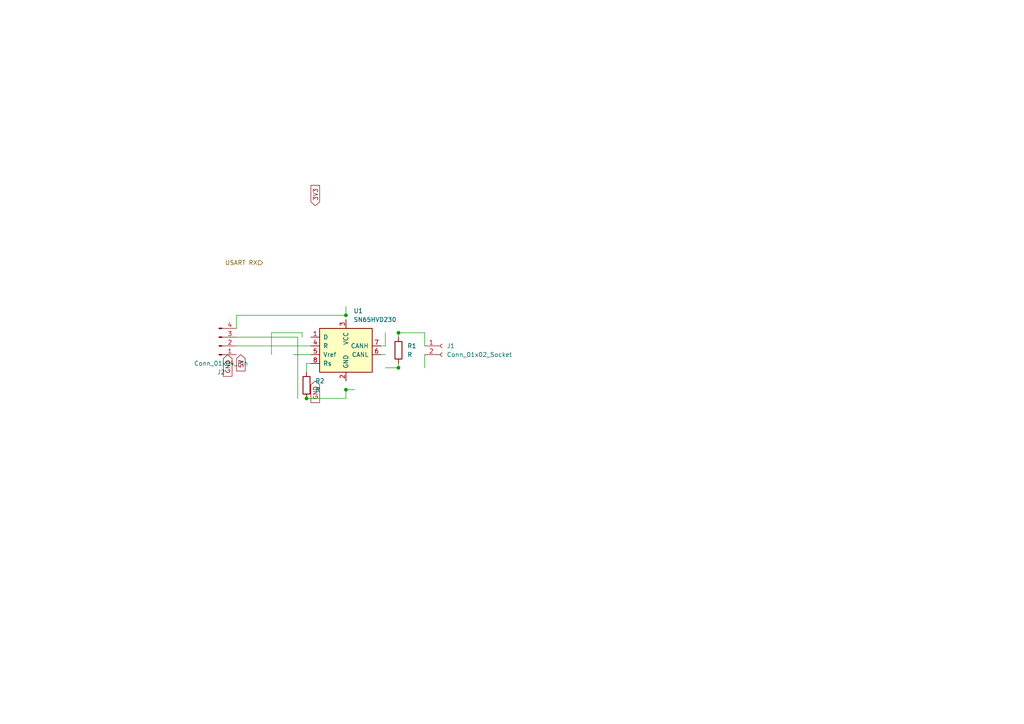
<source format=kicad_sch>
(kicad_sch (version 20230121) (generator eeschema)
  (paper "A4")
  (lib_symbols
    (symbol "Connector:Conn_01x02_Socket" (pin_names (offset 1.016) hide)
      (property "Reference" "J" (at 0 2.54 0))
      (property "Value" "Conn_01x02_Socket" (at 0 -5.08 0))
      (symbol "Conn_01x02_Socket_1_1"
        (arc (start 0 -2.032) (mid -0.5058 -2.54) (end 0 -3.048) (stroke (width 0.1524)))
        (polyline (pts (xy -1.27 -2.54) (xy -0.508 -2.54)) (stroke (width 0.1524)))
        (polyline (pts (xy -1.27 0) (xy -0.508 0)) (stroke (width 0.1524)))
        (arc (start 0 0.508) (mid -0.5058 0) (end 0 -0.508) (stroke (width 0.1524)))
        (pin passive line (at -5.08 0 0) (length 3.81) (name "Pin_1") (number "1"))
        (pin passive line (at -5.08 -2.54 0) (length 3.81) (name "Pin_2") (number "2"))
      )
    )
    (symbol "Connector:Conn_01x04_Pin" (pin_names (offset 1.016) hide)
      (property "Reference" "J" (at 0 5.08 0))
      (property "Value" "Conn_01x04_Pin" (at 0 -7.62 0))
      (symbol "Conn_01x04_Pin_1_1"
        (polyline (pts (xy 1.27 -5.08) (xy 0.8636 -5.08)) (stroke (width 0.1524)))
        (polyline (pts (xy 1.27 -2.54) (xy 0.8636 -2.54)) (stroke (width 0.1524)))
        (polyline (pts (xy 1.27 0) (xy 0.8636 0)) (stroke (width 0.1524)))
        (polyline (pts (xy 1.27 2.54) (xy 0.8636 2.54)) (stroke (width 0.1524)))
        (rectangle (start 0.8636 -4.953) (end 0 -5.207) (stroke (width 0.1524)) (fill (type outline)))
        (rectangle (start 0.8636 -2.413) (end 0 -2.667) (stroke (width 0.1524)) (fill (type outline)))
        (rectangle (start 0.8636 0.127) (end 0 -0.127) (stroke (width 0.1524)) (fill (type outline)))
        (rectangle (start 0.8636 2.667) (end 0 2.413) (stroke (width 0.1524)) (fill (type outline)))
        (pin passive line (at 5.08 2.54 180) (length 3.81) (name "Pin_1") (number "1"))
        (pin passive line (at 5.08 0 180) (length 3.81) (name "Pin_2") (number "2"))
        (pin passive line (at 5.08 -2.54 180) (length 3.81) (name "Pin_3") (number "3"))
        (pin passive line (at 5.08 -5.08 180) (length 3.81) (name "Pin_4") (number "4"))
      )
    )
    (symbol "Device:R" (pin_numbers hide) (pin_names (offset 0))
      (property "Reference" "R" (at 2.032 0 90))
      (property "Value" "R" (at 0 0 90))
      (symbol "R_0_1"
        (rectangle (start -1.016 -2.54) (end 1.016 2.54) (stroke (width 0.254)))
      )
      (symbol "R_1_1"
        (pin passive line (at 0 3.81 270) (length 1.27) (name "~") (number "1"))
        (pin passive line (at 0 -3.81 90) (length 1.27) (name "~") (number "2"))
      )
    )
    (symbol "Interface_CAN_LIN:SN65HVD230" (pin_names (offset 1.016))
      (property "Reference" "U" (at -2.54 10.16 0))
      (property "Value" "SN65HVD230" (at -2.54 7.62 0))
      (symbol "SN65HVD230_0_1"
        (rectangle (start -7.62 5.08) (end 7.62 -7.62) (stroke (width 0.254)) (fill (type background)))
      )
      (symbol "SN65HVD230_1_1"
        (pin input line (at -10.16 2.54 0) (length 2.54) (name "D") (number "1"))
        (pin power_in line (at 0 -10.16 90) (length 2.54) (name "GND") (number "2"))
        (pin power_in line (at 0 7.62 270) (length 2.54) (name "VCC") (number "3"))
        (pin output line (at -10.16 0 0) (length 2.54) (name "R") (number "4"))
        (pin output line (at -10.16 -2.54 0) (length 2.54) (name "Vref") (number "5"))
        (pin bidirectional line (at 10.16 -2.54 180) (length 2.54) (name "CANL") (number "6"))
        (pin bidirectional line (at 10.16 0 180) (length 2.54) (name "CANH") (number "7"))
        (pin input line (at -10.16 -5.08 0) (length 2.54) (name "Rs") (number "8"))
      )
    )
  )
  (junction (at 115.57 96.52))
  (junction (at 100.33 113.03))
  (junction (at 115.57 106.68))
  (junction (at 100.33 91.44))
  (junction (at 88.9 115.57))
  (wire (pts (xy 123.19 106.68) (xy 123.19 102.87)))
  (wire (pts (xy 68.58 95.25) (xy 68.58 91.44)))
  (wire (pts (xy 111.76 100.33) (xy 111.76 96.52)))
  (wire (pts (xy 90.17 105.41) (xy 88.9 105.41)))
  (wire (pts (xy 110.49 102.87) (xy 111.76 102.87)))
  (wire (pts (xy 68.58 97.79) (xy 86.36 97.79)))
  (wire (pts (xy 115.57 96.52) (xy 115.57 97.79)))
  (wire (pts (xy 100.33 88.9) (xy 100.33 91.44)))
  (wire (pts (xy 123.19 96.52) (xy 123.19 100.33)))
  (wire (pts (xy 87.63 97.79) (xy 87.63 96.52)))
  (wire (pts (xy 100.33 115.57) (xy 100.33 113.03)))
  (wire (pts (xy 78.74 96.52) (xy 78.74 102.87)))
  (wire (pts (xy 87.63 96.52) (xy 78.74 96.52)))
  (wire (pts (xy 115.57 105.41) (xy 115.57 106.68)))
  (wire (pts (xy 88.9 115.57) (xy 100.33 115.57)))
  (wire (pts (xy 85.09 102.87) (xy 90.17 102.87)))
  (wire (pts (xy 68.58 100.33) (xy 90.17 100.33)))
  (wire (pts (xy 68.58 91.44) (xy 100.33 91.44)))
  (wire (pts (xy 88.9 105.41) (xy 88.9 107.95)))
  (wire (pts (xy 110.49 100.33) (xy 111.76 100.33)))
  (wire (pts (xy 115.57 96.52) (xy 123.19 96.52)))
  (wire (pts (xy 100.33 113.03) (xy 102.87 113.03)))
  (wire (pts (xy 111.76 106.68) (xy 115.57 106.68)))
  (wire (pts (xy 86.36 97.79) (xy 86.36 115.57)))
  (global_label "5V" (shape input) (at 69.85 102.87 270) (property "Intersheetrefs" "${INTERSHEET_REFS}" (effects hide)))
  (global_label "3V3" (shape input) (at 91.44 59.69 90) (property "Intersheetrefs" "${INTERSHEET_REFS}" (effects hide)))
  (global_label "GND" (shape input) (at 91.44 110.49 270) (property "Intersheetrefs" "${INTERSHEET_REFS}" (effects hide)))
  (global_label "GND" (shape input) (at 66.04 102.87 270) (property "Intersheetrefs" "${INTERSHEET_REFS}" (effects hide)))
  (hierarchical_label "USART RX" (shape input) (at 76.2 76.2 180))
  (symbol (lib_id "Device:R") (at 88.9 111.76 0) (unit 1)
    (property "Reference" "R2" (at 91.44 110.49 0) (effects (justify left)))
    (property "Value" "R" (at 91.44 113.03 0) (effects (justify left)))
    (property "Footprint" "Resistor_THT:R_Axial_DIN0204_L3.6mm_D1.6mm_P7.62mm_Horizontal" (effects hide))
  )
  (symbol (lib_id "Connector:Conn_01x04_Pin") (at 63.5 100.33 0) (mirror x) (unit 1)
    (property "Reference" "J2" (at 64.135 107.95 0))
    (property "Value" "Conn_01x04_Pin" (at 64.135 105.41 0))
    (property "Footprint" "Connector_PinHeader_2.54mm:PinHeader_1x04_P2.54mm_Horizontal" (effects hide))
  )
  (symbol (lib_id "Connector:Conn_01x02_Socket") (at 128.27 100.33 0) (unit 1)
    (property "Reference" "J1" (at 129.54 100.33 0) (effects (justify left)))
    (property "Value" "Conn_01x02_Socket" (at 129.54 102.87 0) (effects (justify left)))
    (property "Footprint" "Connector_PinSocket_2.54mm:PinSocket_1x02_P2.54mm_Horizontal" (effects hide))
  )
  (symbol (lib_id "Device:R") (at 115.57 101.6 0) (unit 1)
    (property "Reference" "R1" (at 118.11 100.33 0) (effects (justify left)))
    (property "Value" "R" (at 118.11 102.87 0) (effects (justify left)))
    (property "Footprint" "Resistor_THT:R_Axial_DIN0204_L3.6mm_D1.6mm_P7.62mm_Horizontal" (effects hide))
  )
  (symbol (lib_id "Interface_CAN_LIN:SN65HVD230") (at 100.33 100.33 0) (unit 1)
    (property "Reference" "U1" (at 102.5241 90.17 0) (effects (justify left)))
    (property "Value" "SN65HVD230" (at 102.5241 92.71 0) (effects (justify left)))
    (property "Footprint" "Package_SO:SOIC-8_3.9x4.9mm_P1.27mm" (effects hide))
    (property "Datasheet" "http://www.ti.com/lit/ds/symlink/sn65hvd230.pdf" (effects hide))
  )
)
</source>
